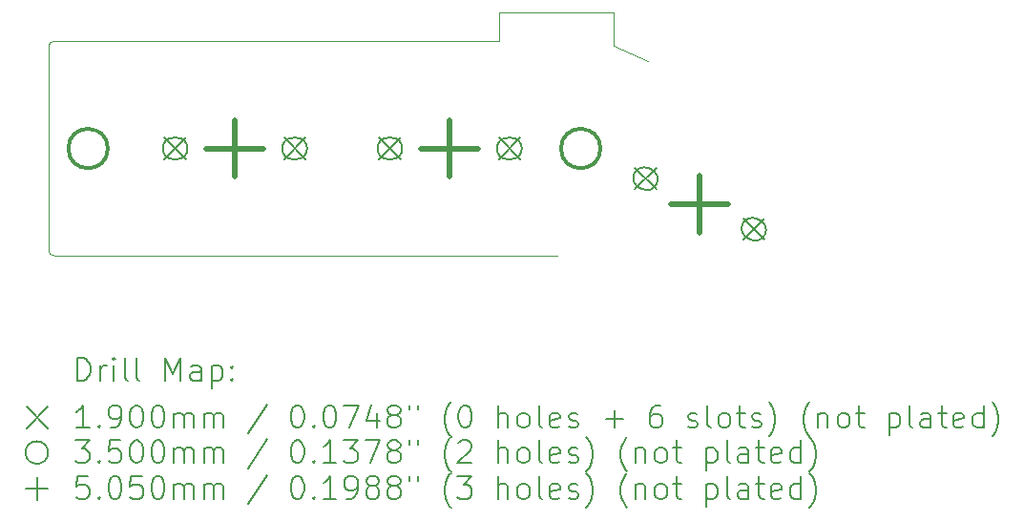
<source format=gbr>
%TF.GenerationSoftware,KiCad,Pcbnew,7.0.5*%
%TF.CreationDate,2023-07-24T08:34:15+08:00*%
%TF.ProjectId,LT,4c542e6b-6963-4616-945f-706362585858,rev?*%
%TF.SameCoordinates,Original*%
%TF.FileFunction,Drillmap*%
%TF.FilePolarity,Positive*%
%FSLAX45Y45*%
G04 Gerber Fmt 4.5, Leading zero omitted, Abs format (unit mm)*
G04 Created by KiCad (PCBNEW 7.0.5) date 2023-07-24 08:34:15*
%MOMM*%
%LPD*%
G01*
G04 APERTURE LIST*
%ADD10C,0.100000*%
%ADD11C,0.200000*%
%ADD12C,0.190000*%
%ADD13C,0.350000*%
%ADD14C,0.505000*%
G04 APERTURE END LIST*
D10*
X17761500Y-11047500D02*
G75*
G03*
X17811500Y-11097500I50000J0D01*
G01*
X17811500Y-9192500D02*
G75*
G03*
X17761500Y-9242500I0J-50000D01*
G01*
X22271500Y-11097500D02*
X17811500Y-11097500D01*
X17761500Y-9242500D02*
X17761500Y-11047500D01*
X21760000Y-9192500D02*
X21760000Y-8938000D01*
X21760000Y-9192500D02*
X17811500Y-9192500D01*
X23076590Y-9370987D02*
X22776000Y-9231000D01*
X22776000Y-8938000D02*
X22776000Y-9231000D01*
X21760000Y-8938000D02*
X22776000Y-8938000D01*
D11*
D12*
X18789000Y-10050000D02*
X18979000Y-10240000D01*
X18979000Y-10050000D02*
X18789000Y-10240000D01*
D11*
X18869000Y-10240000D02*
X18899000Y-10240000D01*
X18899000Y-10240000D02*
G75*
G03*
X18899000Y-10050000I0J95000D01*
G01*
X18899000Y-10050000D02*
X18869000Y-10050000D01*
X18869000Y-10050000D02*
G75*
G03*
X18869000Y-10240000I0J-95000D01*
G01*
D12*
X19849000Y-10050000D02*
X20039000Y-10240000D01*
X20039000Y-10050000D02*
X19849000Y-10240000D01*
D11*
X19929000Y-10240000D02*
X19959000Y-10240000D01*
X19959000Y-10240000D02*
G75*
G03*
X19959000Y-10050000I0J95000D01*
G01*
X19959000Y-10050000D02*
X19929000Y-10050000D01*
X19929000Y-10050000D02*
G75*
G03*
X19929000Y-10240000I0J-95000D01*
G01*
D12*
X20694000Y-10050000D02*
X20884000Y-10240000D01*
X20884000Y-10050000D02*
X20694000Y-10240000D01*
D11*
X20774000Y-10240000D02*
X20804000Y-10240000D01*
X20804000Y-10240000D02*
G75*
G03*
X20804000Y-10050000I0J95000D01*
G01*
X20804000Y-10050000D02*
X20774000Y-10050000D01*
X20774000Y-10050000D02*
G75*
G03*
X20774000Y-10240000I0J-95000D01*
G01*
D12*
X21754000Y-10050000D02*
X21944000Y-10240000D01*
X21944000Y-10050000D02*
X21754000Y-10240000D01*
D11*
X21834000Y-10240000D02*
X21864000Y-10240000D01*
X21864000Y-10240000D02*
G75*
G03*
X21864000Y-10050000I0J95000D01*
G01*
X21864000Y-10050000D02*
X21834000Y-10050000D01*
X21834000Y-10050000D02*
G75*
G03*
X21834000Y-10240000I0J-95000D01*
G01*
D12*
X22961954Y-10317802D02*
X23151954Y-10507802D01*
X23151954Y-10317802D02*
X22961954Y-10507802D01*
D11*
X23003211Y-10492562D02*
X23030400Y-10505241D01*
X23030400Y-10505241D02*
G75*
G03*
X23110698Y-10333042I40149J86099D01*
G01*
X23110698Y-10333042D02*
X23083508Y-10320364D01*
X23083508Y-10320364D02*
G75*
G03*
X23003211Y-10492562I-40149J-86099D01*
G01*
D12*
X23922640Y-10765778D02*
X24112640Y-10955778D01*
X24112640Y-10765778D02*
X23922640Y-10955778D01*
D11*
X23963897Y-10940538D02*
X23991086Y-10953216D01*
X23991086Y-10953216D02*
G75*
G03*
X24071384Y-10781018I40149J86099D01*
G01*
X24071384Y-10781018D02*
X24044195Y-10768339D01*
X24044195Y-10768339D02*
G75*
G03*
X23963897Y-10940537I-40149J-86099D01*
G01*
D13*
X18286500Y-10145000D02*
G75*
G03*
X18286500Y-10145000I-175000J0D01*
G01*
X22657000Y-10145000D02*
G75*
G03*
X22657000Y-10145000I-175000J0D01*
G01*
D14*
X19414000Y-9892500D02*
X19414000Y-10397500D01*
X19161500Y-10145000D02*
X19666500Y-10145000D01*
X21319000Y-9892500D02*
X21319000Y-10397500D01*
X21066500Y-10145000D02*
X21571500Y-10145000D01*
X23537297Y-10384290D02*
X23537297Y-10889290D01*
X23284797Y-10636790D02*
X23789797Y-10636790D01*
D11*
X18017277Y-12203629D02*
X18017277Y-12003629D01*
X18017277Y-12003629D02*
X18064896Y-12003629D01*
X18064896Y-12003629D02*
X18093467Y-12013153D01*
X18093467Y-12013153D02*
X18112515Y-12032201D01*
X18112515Y-12032201D02*
X18122039Y-12051248D01*
X18122039Y-12051248D02*
X18131563Y-12089344D01*
X18131563Y-12089344D02*
X18131563Y-12117915D01*
X18131563Y-12117915D02*
X18122039Y-12156010D01*
X18122039Y-12156010D02*
X18112515Y-12175058D01*
X18112515Y-12175058D02*
X18093467Y-12194106D01*
X18093467Y-12194106D02*
X18064896Y-12203629D01*
X18064896Y-12203629D02*
X18017277Y-12203629D01*
X18217277Y-12203629D02*
X18217277Y-12070296D01*
X18217277Y-12108391D02*
X18226801Y-12089344D01*
X18226801Y-12089344D02*
X18236324Y-12079820D01*
X18236324Y-12079820D02*
X18255372Y-12070296D01*
X18255372Y-12070296D02*
X18274420Y-12070296D01*
X18341086Y-12203629D02*
X18341086Y-12070296D01*
X18341086Y-12003629D02*
X18331563Y-12013153D01*
X18331563Y-12013153D02*
X18341086Y-12022677D01*
X18341086Y-12022677D02*
X18350610Y-12013153D01*
X18350610Y-12013153D02*
X18341086Y-12003629D01*
X18341086Y-12003629D02*
X18341086Y-12022677D01*
X18464896Y-12203629D02*
X18445848Y-12194106D01*
X18445848Y-12194106D02*
X18436324Y-12175058D01*
X18436324Y-12175058D02*
X18436324Y-12003629D01*
X18569658Y-12203629D02*
X18550610Y-12194106D01*
X18550610Y-12194106D02*
X18541086Y-12175058D01*
X18541086Y-12175058D02*
X18541086Y-12003629D01*
X18798229Y-12203629D02*
X18798229Y-12003629D01*
X18798229Y-12003629D02*
X18864896Y-12146486D01*
X18864896Y-12146486D02*
X18931563Y-12003629D01*
X18931563Y-12003629D02*
X18931563Y-12203629D01*
X19112515Y-12203629D02*
X19112515Y-12098867D01*
X19112515Y-12098867D02*
X19102991Y-12079820D01*
X19102991Y-12079820D02*
X19083944Y-12070296D01*
X19083944Y-12070296D02*
X19045848Y-12070296D01*
X19045848Y-12070296D02*
X19026801Y-12079820D01*
X19112515Y-12194106D02*
X19093467Y-12203629D01*
X19093467Y-12203629D02*
X19045848Y-12203629D01*
X19045848Y-12203629D02*
X19026801Y-12194106D01*
X19026801Y-12194106D02*
X19017277Y-12175058D01*
X19017277Y-12175058D02*
X19017277Y-12156010D01*
X19017277Y-12156010D02*
X19026801Y-12136963D01*
X19026801Y-12136963D02*
X19045848Y-12127439D01*
X19045848Y-12127439D02*
X19093467Y-12127439D01*
X19093467Y-12127439D02*
X19112515Y-12117915D01*
X19207753Y-12070296D02*
X19207753Y-12270296D01*
X19207753Y-12079820D02*
X19226801Y-12070296D01*
X19226801Y-12070296D02*
X19264896Y-12070296D01*
X19264896Y-12070296D02*
X19283944Y-12079820D01*
X19283944Y-12079820D02*
X19293467Y-12089344D01*
X19293467Y-12089344D02*
X19302991Y-12108391D01*
X19302991Y-12108391D02*
X19302991Y-12165534D01*
X19302991Y-12165534D02*
X19293467Y-12184582D01*
X19293467Y-12184582D02*
X19283944Y-12194106D01*
X19283944Y-12194106D02*
X19264896Y-12203629D01*
X19264896Y-12203629D02*
X19226801Y-12203629D01*
X19226801Y-12203629D02*
X19207753Y-12194106D01*
X19388705Y-12184582D02*
X19398229Y-12194106D01*
X19398229Y-12194106D02*
X19388705Y-12203629D01*
X19388705Y-12203629D02*
X19379182Y-12194106D01*
X19379182Y-12194106D02*
X19388705Y-12184582D01*
X19388705Y-12184582D02*
X19388705Y-12203629D01*
X19388705Y-12079820D02*
X19398229Y-12089344D01*
X19398229Y-12089344D02*
X19388705Y-12098867D01*
X19388705Y-12098867D02*
X19379182Y-12089344D01*
X19379182Y-12089344D02*
X19388705Y-12079820D01*
X19388705Y-12079820D02*
X19388705Y-12098867D01*
D12*
X17566500Y-12437146D02*
X17756500Y-12627146D01*
X17756500Y-12437146D02*
X17566500Y-12627146D01*
D11*
X18122039Y-12623629D02*
X18007753Y-12623629D01*
X18064896Y-12623629D02*
X18064896Y-12423629D01*
X18064896Y-12423629D02*
X18045848Y-12452201D01*
X18045848Y-12452201D02*
X18026801Y-12471248D01*
X18026801Y-12471248D02*
X18007753Y-12480772D01*
X18207753Y-12604582D02*
X18217277Y-12614106D01*
X18217277Y-12614106D02*
X18207753Y-12623629D01*
X18207753Y-12623629D02*
X18198229Y-12614106D01*
X18198229Y-12614106D02*
X18207753Y-12604582D01*
X18207753Y-12604582D02*
X18207753Y-12623629D01*
X18312515Y-12623629D02*
X18350610Y-12623629D01*
X18350610Y-12623629D02*
X18369658Y-12614106D01*
X18369658Y-12614106D02*
X18379182Y-12604582D01*
X18379182Y-12604582D02*
X18398229Y-12576010D01*
X18398229Y-12576010D02*
X18407753Y-12537915D01*
X18407753Y-12537915D02*
X18407753Y-12461725D01*
X18407753Y-12461725D02*
X18398229Y-12442677D01*
X18398229Y-12442677D02*
X18388705Y-12433153D01*
X18388705Y-12433153D02*
X18369658Y-12423629D01*
X18369658Y-12423629D02*
X18331563Y-12423629D01*
X18331563Y-12423629D02*
X18312515Y-12433153D01*
X18312515Y-12433153D02*
X18302991Y-12442677D01*
X18302991Y-12442677D02*
X18293467Y-12461725D01*
X18293467Y-12461725D02*
X18293467Y-12509344D01*
X18293467Y-12509344D02*
X18302991Y-12528391D01*
X18302991Y-12528391D02*
X18312515Y-12537915D01*
X18312515Y-12537915D02*
X18331563Y-12547439D01*
X18331563Y-12547439D02*
X18369658Y-12547439D01*
X18369658Y-12547439D02*
X18388705Y-12537915D01*
X18388705Y-12537915D02*
X18398229Y-12528391D01*
X18398229Y-12528391D02*
X18407753Y-12509344D01*
X18531563Y-12423629D02*
X18550610Y-12423629D01*
X18550610Y-12423629D02*
X18569658Y-12433153D01*
X18569658Y-12433153D02*
X18579182Y-12442677D01*
X18579182Y-12442677D02*
X18588705Y-12461725D01*
X18588705Y-12461725D02*
X18598229Y-12499820D01*
X18598229Y-12499820D02*
X18598229Y-12547439D01*
X18598229Y-12547439D02*
X18588705Y-12585534D01*
X18588705Y-12585534D02*
X18579182Y-12604582D01*
X18579182Y-12604582D02*
X18569658Y-12614106D01*
X18569658Y-12614106D02*
X18550610Y-12623629D01*
X18550610Y-12623629D02*
X18531563Y-12623629D01*
X18531563Y-12623629D02*
X18512515Y-12614106D01*
X18512515Y-12614106D02*
X18502991Y-12604582D01*
X18502991Y-12604582D02*
X18493467Y-12585534D01*
X18493467Y-12585534D02*
X18483944Y-12547439D01*
X18483944Y-12547439D02*
X18483944Y-12499820D01*
X18483944Y-12499820D02*
X18493467Y-12461725D01*
X18493467Y-12461725D02*
X18502991Y-12442677D01*
X18502991Y-12442677D02*
X18512515Y-12433153D01*
X18512515Y-12433153D02*
X18531563Y-12423629D01*
X18722039Y-12423629D02*
X18741086Y-12423629D01*
X18741086Y-12423629D02*
X18760134Y-12433153D01*
X18760134Y-12433153D02*
X18769658Y-12442677D01*
X18769658Y-12442677D02*
X18779182Y-12461725D01*
X18779182Y-12461725D02*
X18788705Y-12499820D01*
X18788705Y-12499820D02*
X18788705Y-12547439D01*
X18788705Y-12547439D02*
X18779182Y-12585534D01*
X18779182Y-12585534D02*
X18769658Y-12604582D01*
X18769658Y-12604582D02*
X18760134Y-12614106D01*
X18760134Y-12614106D02*
X18741086Y-12623629D01*
X18741086Y-12623629D02*
X18722039Y-12623629D01*
X18722039Y-12623629D02*
X18702991Y-12614106D01*
X18702991Y-12614106D02*
X18693467Y-12604582D01*
X18693467Y-12604582D02*
X18683944Y-12585534D01*
X18683944Y-12585534D02*
X18674420Y-12547439D01*
X18674420Y-12547439D02*
X18674420Y-12499820D01*
X18674420Y-12499820D02*
X18683944Y-12461725D01*
X18683944Y-12461725D02*
X18693467Y-12442677D01*
X18693467Y-12442677D02*
X18702991Y-12433153D01*
X18702991Y-12433153D02*
X18722039Y-12423629D01*
X18874420Y-12623629D02*
X18874420Y-12490296D01*
X18874420Y-12509344D02*
X18883944Y-12499820D01*
X18883944Y-12499820D02*
X18902991Y-12490296D01*
X18902991Y-12490296D02*
X18931563Y-12490296D01*
X18931563Y-12490296D02*
X18950610Y-12499820D01*
X18950610Y-12499820D02*
X18960134Y-12518867D01*
X18960134Y-12518867D02*
X18960134Y-12623629D01*
X18960134Y-12518867D02*
X18969658Y-12499820D01*
X18969658Y-12499820D02*
X18988705Y-12490296D01*
X18988705Y-12490296D02*
X19017277Y-12490296D01*
X19017277Y-12490296D02*
X19036325Y-12499820D01*
X19036325Y-12499820D02*
X19045848Y-12518867D01*
X19045848Y-12518867D02*
X19045848Y-12623629D01*
X19141086Y-12623629D02*
X19141086Y-12490296D01*
X19141086Y-12509344D02*
X19150610Y-12499820D01*
X19150610Y-12499820D02*
X19169658Y-12490296D01*
X19169658Y-12490296D02*
X19198229Y-12490296D01*
X19198229Y-12490296D02*
X19217277Y-12499820D01*
X19217277Y-12499820D02*
X19226801Y-12518867D01*
X19226801Y-12518867D02*
X19226801Y-12623629D01*
X19226801Y-12518867D02*
X19236325Y-12499820D01*
X19236325Y-12499820D02*
X19255372Y-12490296D01*
X19255372Y-12490296D02*
X19283944Y-12490296D01*
X19283944Y-12490296D02*
X19302991Y-12499820D01*
X19302991Y-12499820D02*
X19312515Y-12518867D01*
X19312515Y-12518867D02*
X19312515Y-12623629D01*
X19702991Y-12414106D02*
X19531563Y-12671248D01*
X19960134Y-12423629D02*
X19979182Y-12423629D01*
X19979182Y-12423629D02*
X19998229Y-12433153D01*
X19998229Y-12433153D02*
X20007753Y-12442677D01*
X20007753Y-12442677D02*
X20017277Y-12461725D01*
X20017277Y-12461725D02*
X20026801Y-12499820D01*
X20026801Y-12499820D02*
X20026801Y-12547439D01*
X20026801Y-12547439D02*
X20017277Y-12585534D01*
X20017277Y-12585534D02*
X20007753Y-12604582D01*
X20007753Y-12604582D02*
X19998229Y-12614106D01*
X19998229Y-12614106D02*
X19979182Y-12623629D01*
X19979182Y-12623629D02*
X19960134Y-12623629D01*
X19960134Y-12623629D02*
X19941087Y-12614106D01*
X19941087Y-12614106D02*
X19931563Y-12604582D01*
X19931563Y-12604582D02*
X19922039Y-12585534D01*
X19922039Y-12585534D02*
X19912515Y-12547439D01*
X19912515Y-12547439D02*
X19912515Y-12499820D01*
X19912515Y-12499820D02*
X19922039Y-12461725D01*
X19922039Y-12461725D02*
X19931563Y-12442677D01*
X19931563Y-12442677D02*
X19941087Y-12433153D01*
X19941087Y-12433153D02*
X19960134Y-12423629D01*
X20112515Y-12604582D02*
X20122039Y-12614106D01*
X20122039Y-12614106D02*
X20112515Y-12623629D01*
X20112515Y-12623629D02*
X20102991Y-12614106D01*
X20102991Y-12614106D02*
X20112515Y-12604582D01*
X20112515Y-12604582D02*
X20112515Y-12623629D01*
X20245848Y-12423629D02*
X20264896Y-12423629D01*
X20264896Y-12423629D02*
X20283944Y-12433153D01*
X20283944Y-12433153D02*
X20293468Y-12442677D01*
X20293468Y-12442677D02*
X20302991Y-12461725D01*
X20302991Y-12461725D02*
X20312515Y-12499820D01*
X20312515Y-12499820D02*
X20312515Y-12547439D01*
X20312515Y-12547439D02*
X20302991Y-12585534D01*
X20302991Y-12585534D02*
X20293468Y-12604582D01*
X20293468Y-12604582D02*
X20283944Y-12614106D01*
X20283944Y-12614106D02*
X20264896Y-12623629D01*
X20264896Y-12623629D02*
X20245848Y-12623629D01*
X20245848Y-12623629D02*
X20226801Y-12614106D01*
X20226801Y-12614106D02*
X20217277Y-12604582D01*
X20217277Y-12604582D02*
X20207753Y-12585534D01*
X20207753Y-12585534D02*
X20198229Y-12547439D01*
X20198229Y-12547439D02*
X20198229Y-12499820D01*
X20198229Y-12499820D02*
X20207753Y-12461725D01*
X20207753Y-12461725D02*
X20217277Y-12442677D01*
X20217277Y-12442677D02*
X20226801Y-12433153D01*
X20226801Y-12433153D02*
X20245848Y-12423629D01*
X20379182Y-12423629D02*
X20512515Y-12423629D01*
X20512515Y-12423629D02*
X20426801Y-12623629D01*
X20674420Y-12490296D02*
X20674420Y-12623629D01*
X20626801Y-12414106D02*
X20579182Y-12556963D01*
X20579182Y-12556963D02*
X20702991Y-12556963D01*
X20807753Y-12509344D02*
X20788706Y-12499820D01*
X20788706Y-12499820D02*
X20779182Y-12490296D01*
X20779182Y-12490296D02*
X20769658Y-12471248D01*
X20769658Y-12471248D02*
X20769658Y-12461725D01*
X20769658Y-12461725D02*
X20779182Y-12442677D01*
X20779182Y-12442677D02*
X20788706Y-12433153D01*
X20788706Y-12433153D02*
X20807753Y-12423629D01*
X20807753Y-12423629D02*
X20845849Y-12423629D01*
X20845849Y-12423629D02*
X20864896Y-12433153D01*
X20864896Y-12433153D02*
X20874420Y-12442677D01*
X20874420Y-12442677D02*
X20883944Y-12461725D01*
X20883944Y-12461725D02*
X20883944Y-12471248D01*
X20883944Y-12471248D02*
X20874420Y-12490296D01*
X20874420Y-12490296D02*
X20864896Y-12499820D01*
X20864896Y-12499820D02*
X20845849Y-12509344D01*
X20845849Y-12509344D02*
X20807753Y-12509344D01*
X20807753Y-12509344D02*
X20788706Y-12518867D01*
X20788706Y-12518867D02*
X20779182Y-12528391D01*
X20779182Y-12528391D02*
X20769658Y-12547439D01*
X20769658Y-12547439D02*
X20769658Y-12585534D01*
X20769658Y-12585534D02*
X20779182Y-12604582D01*
X20779182Y-12604582D02*
X20788706Y-12614106D01*
X20788706Y-12614106D02*
X20807753Y-12623629D01*
X20807753Y-12623629D02*
X20845849Y-12623629D01*
X20845849Y-12623629D02*
X20864896Y-12614106D01*
X20864896Y-12614106D02*
X20874420Y-12604582D01*
X20874420Y-12604582D02*
X20883944Y-12585534D01*
X20883944Y-12585534D02*
X20883944Y-12547439D01*
X20883944Y-12547439D02*
X20874420Y-12528391D01*
X20874420Y-12528391D02*
X20864896Y-12518867D01*
X20864896Y-12518867D02*
X20845849Y-12509344D01*
X20960134Y-12423629D02*
X20960134Y-12461725D01*
X21036325Y-12423629D02*
X21036325Y-12461725D01*
X21331563Y-12699820D02*
X21322039Y-12690296D01*
X21322039Y-12690296D02*
X21302991Y-12661725D01*
X21302991Y-12661725D02*
X21293468Y-12642677D01*
X21293468Y-12642677D02*
X21283944Y-12614106D01*
X21283944Y-12614106D02*
X21274420Y-12566486D01*
X21274420Y-12566486D02*
X21274420Y-12528391D01*
X21274420Y-12528391D02*
X21283944Y-12480772D01*
X21283944Y-12480772D02*
X21293468Y-12452201D01*
X21293468Y-12452201D02*
X21302991Y-12433153D01*
X21302991Y-12433153D02*
X21322039Y-12404582D01*
X21322039Y-12404582D02*
X21331563Y-12395058D01*
X21445849Y-12423629D02*
X21464896Y-12423629D01*
X21464896Y-12423629D02*
X21483944Y-12433153D01*
X21483944Y-12433153D02*
X21493468Y-12442677D01*
X21493468Y-12442677D02*
X21502991Y-12461725D01*
X21502991Y-12461725D02*
X21512515Y-12499820D01*
X21512515Y-12499820D02*
X21512515Y-12547439D01*
X21512515Y-12547439D02*
X21502991Y-12585534D01*
X21502991Y-12585534D02*
X21493468Y-12604582D01*
X21493468Y-12604582D02*
X21483944Y-12614106D01*
X21483944Y-12614106D02*
X21464896Y-12623629D01*
X21464896Y-12623629D02*
X21445849Y-12623629D01*
X21445849Y-12623629D02*
X21426801Y-12614106D01*
X21426801Y-12614106D02*
X21417277Y-12604582D01*
X21417277Y-12604582D02*
X21407753Y-12585534D01*
X21407753Y-12585534D02*
X21398230Y-12547439D01*
X21398230Y-12547439D02*
X21398230Y-12499820D01*
X21398230Y-12499820D02*
X21407753Y-12461725D01*
X21407753Y-12461725D02*
X21417277Y-12442677D01*
X21417277Y-12442677D02*
X21426801Y-12433153D01*
X21426801Y-12433153D02*
X21445849Y-12423629D01*
X21750611Y-12623629D02*
X21750611Y-12423629D01*
X21836325Y-12623629D02*
X21836325Y-12518867D01*
X21836325Y-12518867D02*
X21826801Y-12499820D01*
X21826801Y-12499820D02*
X21807753Y-12490296D01*
X21807753Y-12490296D02*
X21779182Y-12490296D01*
X21779182Y-12490296D02*
X21760134Y-12499820D01*
X21760134Y-12499820D02*
X21750611Y-12509344D01*
X21960134Y-12623629D02*
X21941087Y-12614106D01*
X21941087Y-12614106D02*
X21931563Y-12604582D01*
X21931563Y-12604582D02*
X21922039Y-12585534D01*
X21922039Y-12585534D02*
X21922039Y-12528391D01*
X21922039Y-12528391D02*
X21931563Y-12509344D01*
X21931563Y-12509344D02*
X21941087Y-12499820D01*
X21941087Y-12499820D02*
X21960134Y-12490296D01*
X21960134Y-12490296D02*
X21988706Y-12490296D01*
X21988706Y-12490296D02*
X22007753Y-12499820D01*
X22007753Y-12499820D02*
X22017277Y-12509344D01*
X22017277Y-12509344D02*
X22026801Y-12528391D01*
X22026801Y-12528391D02*
X22026801Y-12585534D01*
X22026801Y-12585534D02*
X22017277Y-12604582D01*
X22017277Y-12604582D02*
X22007753Y-12614106D01*
X22007753Y-12614106D02*
X21988706Y-12623629D01*
X21988706Y-12623629D02*
X21960134Y-12623629D01*
X22141087Y-12623629D02*
X22122039Y-12614106D01*
X22122039Y-12614106D02*
X22112515Y-12595058D01*
X22112515Y-12595058D02*
X22112515Y-12423629D01*
X22293468Y-12614106D02*
X22274420Y-12623629D01*
X22274420Y-12623629D02*
X22236325Y-12623629D01*
X22236325Y-12623629D02*
X22217277Y-12614106D01*
X22217277Y-12614106D02*
X22207753Y-12595058D01*
X22207753Y-12595058D02*
X22207753Y-12518867D01*
X22207753Y-12518867D02*
X22217277Y-12499820D01*
X22217277Y-12499820D02*
X22236325Y-12490296D01*
X22236325Y-12490296D02*
X22274420Y-12490296D01*
X22274420Y-12490296D02*
X22293468Y-12499820D01*
X22293468Y-12499820D02*
X22302992Y-12518867D01*
X22302992Y-12518867D02*
X22302992Y-12537915D01*
X22302992Y-12537915D02*
X22207753Y-12556963D01*
X22379182Y-12614106D02*
X22398230Y-12623629D01*
X22398230Y-12623629D02*
X22436325Y-12623629D01*
X22436325Y-12623629D02*
X22455372Y-12614106D01*
X22455372Y-12614106D02*
X22464896Y-12595058D01*
X22464896Y-12595058D02*
X22464896Y-12585534D01*
X22464896Y-12585534D02*
X22455372Y-12566486D01*
X22455372Y-12566486D02*
X22436325Y-12556963D01*
X22436325Y-12556963D02*
X22407753Y-12556963D01*
X22407753Y-12556963D02*
X22388706Y-12547439D01*
X22388706Y-12547439D02*
X22379182Y-12528391D01*
X22379182Y-12528391D02*
X22379182Y-12518867D01*
X22379182Y-12518867D02*
X22388706Y-12499820D01*
X22388706Y-12499820D02*
X22407753Y-12490296D01*
X22407753Y-12490296D02*
X22436325Y-12490296D01*
X22436325Y-12490296D02*
X22455372Y-12499820D01*
X22702992Y-12547439D02*
X22855373Y-12547439D01*
X22779182Y-12623629D02*
X22779182Y-12471248D01*
X23188706Y-12423629D02*
X23150611Y-12423629D01*
X23150611Y-12423629D02*
X23131563Y-12433153D01*
X23131563Y-12433153D02*
X23122039Y-12442677D01*
X23122039Y-12442677D02*
X23102992Y-12471248D01*
X23102992Y-12471248D02*
X23093468Y-12509344D01*
X23093468Y-12509344D02*
X23093468Y-12585534D01*
X23093468Y-12585534D02*
X23102992Y-12604582D01*
X23102992Y-12604582D02*
X23112515Y-12614106D01*
X23112515Y-12614106D02*
X23131563Y-12623629D01*
X23131563Y-12623629D02*
X23169658Y-12623629D01*
X23169658Y-12623629D02*
X23188706Y-12614106D01*
X23188706Y-12614106D02*
X23198230Y-12604582D01*
X23198230Y-12604582D02*
X23207753Y-12585534D01*
X23207753Y-12585534D02*
X23207753Y-12537915D01*
X23207753Y-12537915D02*
X23198230Y-12518867D01*
X23198230Y-12518867D02*
X23188706Y-12509344D01*
X23188706Y-12509344D02*
X23169658Y-12499820D01*
X23169658Y-12499820D02*
X23131563Y-12499820D01*
X23131563Y-12499820D02*
X23112515Y-12509344D01*
X23112515Y-12509344D02*
X23102992Y-12518867D01*
X23102992Y-12518867D02*
X23093468Y-12537915D01*
X23436325Y-12614106D02*
X23455373Y-12623629D01*
X23455373Y-12623629D02*
X23493468Y-12623629D01*
X23493468Y-12623629D02*
X23512515Y-12614106D01*
X23512515Y-12614106D02*
X23522039Y-12595058D01*
X23522039Y-12595058D02*
X23522039Y-12585534D01*
X23522039Y-12585534D02*
X23512515Y-12566486D01*
X23512515Y-12566486D02*
X23493468Y-12556963D01*
X23493468Y-12556963D02*
X23464896Y-12556963D01*
X23464896Y-12556963D02*
X23445849Y-12547439D01*
X23445849Y-12547439D02*
X23436325Y-12528391D01*
X23436325Y-12528391D02*
X23436325Y-12518867D01*
X23436325Y-12518867D02*
X23445849Y-12499820D01*
X23445849Y-12499820D02*
X23464896Y-12490296D01*
X23464896Y-12490296D02*
X23493468Y-12490296D01*
X23493468Y-12490296D02*
X23512515Y-12499820D01*
X23636325Y-12623629D02*
X23617277Y-12614106D01*
X23617277Y-12614106D02*
X23607754Y-12595058D01*
X23607754Y-12595058D02*
X23607754Y-12423629D01*
X23741087Y-12623629D02*
X23722039Y-12614106D01*
X23722039Y-12614106D02*
X23712515Y-12604582D01*
X23712515Y-12604582D02*
X23702992Y-12585534D01*
X23702992Y-12585534D02*
X23702992Y-12528391D01*
X23702992Y-12528391D02*
X23712515Y-12509344D01*
X23712515Y-12509344D02*
X23722039Y-12499820D01*
X23722039Y-12499820D02*
X23741087Y-12490296D01*
X23741087Y-12490296D02*
X23769658Y-12490296D01*
X23769658Y-12490296D02*
X23788706Y-12499820D01*
X23788706Y-12499820D02*
X23798230Y-12509344D01*
X23798230Y-12509344D02*
X23807754Y-12528391D01*
X23807754Y-12528391D02*
X23807754Y-12585534D01*
X23807754Y-12585534D02*
X23798230Y-12604582D01*
X23798230Y-12604582D02*
X23788706Y-12614106D01*
X23788706Y-12614106D02*
X23769658Y-12623629D01*
X23769658Y-12623629D02*
X23741087Y-12623629D01*
X23864896Y-12490296D02*
X23941087Y-12490296D01*
X23893468Y-12423629D02*
X23893468Y-12595058D01*
X23893468Y-12595058D02*
X23902992Y-12614106D01*
X23902992Y-12614106D02*
X23922039Y-12623629D01*
X23922039Y-12623629D02*
X23941087Y-12623629D01*
X23998230Y-12614106D02*
X24017277Y-12623629D01*
X24017277Y-12623629D02*
X24055373Y-12623629D01*
X24055373Y-12623629D02*
X24074420Y-12614106D01*
X24074420Y-12614106D02*
X24083944Y-12595058D01*
X24083944Y-12595058D02*
X24083944Y-12585534D01*
X24083944Y-12585534D02*
X24074420Y-12566486D01*
X24074420Y-12566486D02*
X24055373Y-12556963D01*
X24055373Y-12556963D02*
X24026801Y-12556963D01*
X24026801Y-12556963D02*
X24007754Y-12547439D01*
X24007754Y-12547439D02*
X23998230Y-12528391D01*
X23998230Y-12528391D02*
X23998230Y-12518867D01*
X23998230Y-12518867D02*
X24007754Y-12499820D01*
X24007754Y-12499820D02*
X24026801Y-12490296D01*
X24026801Y-12490296D02*
X24055373Y-12490296D01*
X24055373Y-12490296D02*
X24074420Y-12499820D01*
X24150611Y-12699820D02*
X24160135Y-12690296D01*
X24160135Y-12690296D02*
X24179182Y-12661725D01*
X24179182Y-12661725D02*
X24188706Y-12642677D01*
X24188706Y-12642677D02*
X24198230Y-12614106D01*
X24198230Y-12614106D02*
X24207754Y-12566486D01*
X24207754Y-12566486D02*
X24207754Y-12528391D01*
X24207754Y-12528391D02*
X24198230Y-12480772D01*
X24198230Y-12480772D02*
X24188706Y-12452201D01*
X24188706Y-12452201D02*
X24179182Y-12433153D01*
X24179182Y-12433153D02*
X24160135Y-12404582D01*
X24160135Y-12404582D02*
X24150611Y-12395058D01*
X24512516Y-12699820D02*
X24502992Y-12690296D01*
X24502992Y-12690296D02*
X24483944Y-12661725D01*
X24483944Y-12661725D02*
X24474420Y-12642677D01*
X24474420Y-12642677D02*
X24464896Y-12614106D01*
X24464896Y-12614106D02*
X24455373Y-12566486D01*
X24455373Y-12566486D02*
X24455373Y-12528391D01*
X24455373Y-12528391D02*
X24464896Y-12480772D01*
X24464896Y-12480772D02*
X24474420Y-12452201D01*
X24474420Y-12452201D02*
X24483944Y-12433153D01*
X24483944Y-12433153D02*
X24502992Y-12404582D01*
X24502992Y-12404582D02*
X24512516Y-12395058D01*
X24588706Y-12490296D02*
X24588706Y-12623629D01*
X24588706Y-12509344D02*
X24598230Y-12499820D01*
X24598230Y-12499820D02*
X24617277Y-12490296D01*
X24617277Y-12490296D02*
X24645849Y-12490296D01*
X24645849Y-12490296D02*
X24664896Y-12499820D01*
X24664896Y-12499820D02*
X24674420Y-12518867D01*
X24674420Y-12518867D02*
X24674420Y-12623629D01*
X24798230Y-12623629D02*
X24779182Y-12614106D01*
X24779182Y-12614106D02*
X24769658Y-12604582D01*
X24769658Y-12604582D02*
X24760135Y-12585534D01*
X24760135Y-12585534D02*
X24760135Y-12528391D01*
X24760135Y-12528391D02*
X24769658Y-12509344D01*
X24769658Y-12509344D02*
X24779182Y-12499820D01*
X24779182Y-12499820D02*
X24798230Y-12490296D01*
X24798230Y-12490296D02*
X24826801Y-12490296D01*
X24826801Y-12490296D02*
X24845849Y-12499820D01*
X24845849Y-12499820D02*
X24855373Y-12509344D01*
X24855373Y-12509344D02*
X24864896Y-12528391D01*
X24864896Y-12528391D02*
X24864896Y-12585534D01*
X24864896Y-12585534D02*
X24855373Y-12604582D01*
X24855373Y-12604582D02*
X24845849Y-12614106D01*
X24845849Y-12614106D02*
X24826801Y-12623629D01*
X24826801Y-12623629D02*
X24798230Y-12623629D01*
X24922039Y-12490296D02*
X24998230Y-12490296D01*
X24950611Y-12423629D02*
X24950611Y-12595058D01*
X24950611Y-12595058D02*
X24960135Y-12614106D01*
X24960135Y-12614106D02*
X24979182Y-12623629D01*
X24979182Y-12623629D02*
X24998230Y-12623629D01*
X25217277Y-12490296D02*
X25217277Y-12690296D01*
X25217277Y-12499820D02*
X25236325Y-12490296D01*
X25236325Y-12490296D02*
X25274420Y-12490296D01*
X25274420Y-12490296D02*
X25293468Y-12499820D01*
X25293468Y-12499820D02*
X25302992Y-12509344D01*
X25302992Y-12509344D02*
X25312516Y-12528391D01*
X25312516Y-12528391D02*
X25312516Y-12585534D01*
X25312516Y-12585534D02*
X25302992Y-12604582D01*
X25302992Y-12604582D02*
X25293468Y-12614106D01*
X25293468Y-12614106D02*
X25274420Y-12623629D01*
X25274420Y-12623629D02*
X25236325Y-12623629D01*
X25236325Y-12623629D02*
X25217277Y-12614106D01*
X25426801Y-12623629D02*
X25407754Y-12614106D01*
X25407754Y-12614106D02*
X25398230Y-12595058D01*
X25398230Y-12595058D02*
X25398230Y-12423629D01*
X25588706Y-12623629D02*
X25588706Y-12518867D01*
X25588706Y-12518867D02*
X25579182Y-12499820D01*
X25579182Y-12499820D02*
X25560135Y-12490296D01*
X25560135Y-12490296D02*
X25522039Y-12490296D01*
X25522039Y-12490296D02*
X25502992Y-12499820D01*
X25588706Y-12614106D02*
X25569658Y-12623629D01*
X25569658Y-12623629D02*
X25522039Y-12623629D01*
X25522039Y-12623629D02*
X25502992Y-12614106D01*
X25502992Y-12614106D02*
X25493468Y-12595058D01*
X25493468Y-12595058D02*
X25493468Y-12576010D01*
X25493468Y-12576010D02*
X25502992Y-12556963D01*
X25502992Y-12556963D02*
X25522039Y-12547439D01*
X25522039Y-12547439D02*
X25569658Y-12547439D01*
X25569658Y-12547439D02*
X25588706Y-12537915D01*
X25655373Y-12490296D02*
X25731563Y-12490296D01*
X25683944Y-12423629D02*
X25683944Y-12595058D01*
X25683944Y-12595058D02*
X25693468Y-12614106D01*
X25693468Y-12614106D02*
X25712516Y-12623629D01*
X25712516Y-12623629D02*
X25731563Y-12623629D01*
X25874420Y-12614106D02*
X25855373Y-12623629D01*
X25855373Y-12623629D02*
X25817277Y-12623629D01*
X25817277Y-12623629D02*
X25798230Y-12614106D01*
X25798230Y-12614106D02*
X25788706Y-12595058D01*
X25788706Y-12595058D02*
X25788706Y-12518867D01*
X25788706Y-12518867D02*
X25798230Y-12499820D01*
X25798230Y-12499820D02*
X25817277Y-12490296D01*
X25817277Y-12490296D02*
X25855373Y-12490296D01*
X25855373Y-12490296D02*
X25874420Y-12499820D01*
X25874420Y-12499820D02*
X25883944Y-12518867D01*
X25883944Y-12518867D02*
X25883944Y-12537915D01*
X25883944Y-12537915D02*
X25788706Y-12556963D01*
X26055373Y-12623629D02*
X26055373Y-12423629D01*
X26055373Y-12614106D02*
X26036325Y-12623629D01*
X26036325Y-12623629D02*
X25998230Y-12623629D01*
X25998230Y-12623629D02*
X25979182Y-12614106D01*
X25979182Y-12614106D02*
X25969658Y-12604582D01*
X25969658Y-12604582D02*
X25960135Y-12585534D01*
X25960135Y-12585534D02*
X25960135Y-12528391D01*
X25960135Y-12528391D02*
X25969658Y-12509344D01*
X25969658Y-12509344D02*
X25979182Y-12499820D01*
X25979182Y-12499820D02*
X25998230Y-12490296D01*
X25998230Y-12490296D02*
X26036325Y-12490296D01*
X26036325Y-12490296D02*
X26055373Y-12499820D01*
X26131563Y-12699820D02*
X26141087Y-12690296D01*
X26141087Y-12690296D02*
X26160135Y-12661725D01*
X26160135Y-12661725D02*
X26169658Y-12642677D01*
X26169658Y-12642677D02*
X26179182Y-12614106D01*
X26179182Y-12614106D02*
X26188706Y-12566486D01*
X26188706Y-12566486D02*
X26188706Y-12528391D01*
X26188706Y-12528391D02*
X26179182Y-12480772D01*
X26179182Y-12480772D02*
X26169658Y-12452201D01*
X26169658Y-12452201D02*
X26160135Y-12433153D01*
X26160135Y-12433153D02*
X26141087Y-12404582D01*
X26141087Y-12404582D02*
X26131563Y-12395058D01*
X17756500Y-12842146D02*
G75*
G03*
X17756500Y-12842146I-100000J0D01*
G01*
X17998229Y-12733629D02*
X18122039Y-12733629D01*
X18122039Y-12733629D02*
X18055372Y-12809820D01*
X18055372Y-12809820D02*
X18083944Y-12809820D01*
X18083944Y-12809820D02*
X18102991Y-12819344D01*
X18102991Y-12819344D02*
X18112515Y-12828867D01*
X18112515Y-12828867D02*
X18122039Y-12847915D01*
X18122039Y-12847915D02*
X18122039Y-12895534D01*
X18122039Y-12895534D02*
X18112515Y-12914582D01*
X18112515Y-12914582D02*
X18102991Y-12924106D01*
X18102991Y-12924106D02*
X18083944Y-12933629D01*
X18083944Y-12933629D02*
X18026801Y-12933629D01*
X18026801Y-12933629D02*
X18007753Y-12924106D01*
X18007753Y-12924106D02*
X17998229Y-12914582D01*
X18207753Y-12914582D02*
X18217277Y-12924106D01*
X18217277Y-12924106D02*
X18207753Y-12933629D01*
X18207753Y-12933629D02*
X18198229Y-12924106D01*
X18198229Y-12924106D02*
X18207753Y-12914582D01*
X18207753Y-12914582D02*
X18207753Y-12933629D01*
X18398229Y-12733629D02*
X18302991Y-12733629D01*
X18302991Y-12733629D02*
X18293467Y-12828867D01*
X18293467Y-12828867D02*
X18302991Y-12819344D01*
X18302991Y-12819344D02*
X18322039Y-12809820D01*
X18322039Y-12809820D02*
X18369658Y-12809820D01*
X18369658Y-12809820D02*
X18388705Y-12819344D01*
X18388705Y-12819344D02*
X18398229Y-12828867D01*
X18398229Y-12828867D02*
X18407753Y-12847915D01*
X18407753Y-12847915D02*
X18407753Y-12895534D01*
X18407753Y-12895534D02*
X18398229Y-12914582D01*
X18398229Y-12914582D02*
X18388705Y-12924106D01*
X18388705Y-12924106D02*
X18369658Y-12933629D01*
X18369658Y-12933629D02*
X18322039Y-12933629D01*
X18322039Y-12933629D02*
X18302991Y-12924106D01*
X18302991Y-12924106D02*
X18293467Y-12914582D01*
X18531563Y-12733629D02*
X18550610Y-12733629D01*
X18550610Y-12733629D02*
X18569658Y-12743153D01*
X18569658Y-12743153D02*
X18579182Y-12752677D01*
X18579182Y-12752677D02*
X18588705Y-12771725D01*
X18588705Y-12771725D02*
X18598229Y-12809820D01*
X18598229Y-12809820D02*
X18598229Y-12857439D01*
X18598229Y-12857439D02*
X18588705Y-12895534D01*
X18588705Y-12895534D02*
X18579182Y-12914582D01*
X18579182Y-12914582D02*
X18569658Y-12924106D01*
X18569658Y-12924106D02*
X18550610Y-12933629D01*
X18550610Y-12933629D02*
X18531563Y-12933629D01*
X18531563Y-12933629D02*
X18512515Y-12924106D01*
X18512515Y-12924106D02*
X18502991Y-12914582D01*
X18502991Y-12914582D02*
X18493467Y-12895534D01*
X18493467Y-12895534D02*
X18483944Y-12857439D01*
X18483944Y-12857439D02*
X18483944Y-12809820D01*
X18483944Y-12809820D02*
X18493467Y-12771725D01*
X18493467Y-12771725D02*
X18502991Y-12752677D01*
X18502991Y-12752677D02*
X18512515Y-12743153D01*
X18512515Y-12743153D02*
X18531563Y-12733629D01*
X18722039Y-12733629D02*
X18741086Y-12733629D01*
X18741086Y-12733629D02*
X18760134Y-12743153D01*
X18760134Y-12743153D02*
X18769658Y-12752677D01*
X18769658Y-12752677D02*
X18779182Y-12771725D01*
X18779182Y-12771725D02*
X18788705Y-12809820D01*
X18788705Y-12809820D02*
X18788705Y-12857439D01*
X18788705Y-12857439D02*
X18779182Y-12895534D01*
X18779182Y-12895534D02*
X18769658Y-12914582D01*
X18769658Y-12914582D02*
X18760134Y-12924106D01*
X18760134Y-12924106D02*
X18741086Y-12933629D01*
X18741086Y-12933629D02*
X18722039Y-12933629D01*
X18722039Y-12933629D02*
X18702991Y-12924106D01*
X18702991Y-12924106D02*
X18693467Y-12914582D01*
X18693467Y-12914582D02*
X18683944Y-12895534D01*
X18683944Y-12895534D02*
X18674420Y-12857439D01*
X18674420Y-12857439D02*
X18674420Y-12809820D01*
X18674420Y-12809820D02*
X18683944Y-12771725D01*
X18683944Y-12771725D02*
X18693467Y-12752677D01*
X18693467Y-12752677D02*
X18702991Y-12743153D01*
X18702991Y-12743153D02*
X18722039Y-12733629D01*
X18874420Y-12933629D02*
X18874420Y-12800296D01*
X18874420Y-12819344D02*
X18883944Y-12809820D01*
X18883944Y-12809820D02*
X18902991Y-12800296D01*
X18902991Y-12800296D02*
X18931563Y-12800296D01*
X18931563Y-12800296D02*
X18950610Y-12809820D01*
X18950610Y-12809820D02*
X18960134Y-12828867D01*
X18960134Y-12828867D02*
X18960134Y-12933629D01*
X18960134Y-12828867D02*
X18969658Y-12809820D01*
X18969658Y-12809820D02*
X18988705Y-12800296D01*
X18988705Y-12800296D02*
X19017277Y-12800296D01*
X19017277Y-12800296D02*
X19036325Y-12809820D01*
X19036325Y-12809820D02*
X19045848Y-12828867D01*
X19045848Y-12828867D02*
X19045848Y-12933629D01*
X19141086Y-12933629D02*
X19141086Y-12800296D01*
X19141086Y-12819344D02*
X19150610Y-12809820D01*
X19150610Y-12809820D02*
X19169658Y-12800296D01*
X19169658Y-12800296D02*
X19198229Y-12800296D01*
X19198229Y-12800296D02*
X19217277Y-12809820D01*
X19217277Y-12809820D02*
X19226801Y-12828867D01*
X19226801Y-12828867D02*
X19226801Y-12933629D01*
X19226801Y-12828867D02*
X19236325Y-12809820D01*
X19236325Y-12809820D02*
X19255372Y-12800296D01*
X19255372Y-12800296D02*
X19283944Y-12800296D01*
X19283944Y-12800296D02*
X19302991Y-12809820D01*
X19302991Y-12809820D02*
X19312515Y-12828867D01*
X19312515Y-12828867D02*
X19312515Y-12933629D01*
X19702991Y-12724106D02*
X19531563Y-12981248D01*
X19960134Y-12733629D02*
X19979182Y-12733629D01*
X19979182Y-12733629D02*
X19998229Y-12743153D01*
X19998229Y-12743153D02*
X20007753Y-12752677D01*
X20007753Y-12752677D02*
X20017277Y-12771725D01*
X20017277Y-12771725D02*
X20026801Y-12809820D01*
X20026801Y-12809820D02*
X20026801Y-12857439D01*
X20026801Y-12857439D02*
X20017277Y-12895534D01*
X20017277Y-12895534D02*
X20007753Y-12914582D01*
X20007753Y-12914582D02*
X19998229Y-12924106D01*
X19998229Y-12924106D02*
X19979182Y-12933629D01*
X19979182Y-12933629D02*
X19960134Y-12933629D01*
X19960134Y-12933629D02*
X19941087Y-12924106D01*
X19941087Y-12924106D02*
X19931563Y-12914582D01*
X19931563Y-12914582D02*
X19922039Y-12895534D01*
X19922039Y-12895534D02*
X19912515Y-12857439D01*
X19912515Y-12857439D02*
X19912515Y-12809820D01*
X19912515Y-12809820D02*
X19922039Y-12771725D01*
X19922039Y-12771725D02*
X19931563Y-12752677D01*
X19931563Y-12752677D02*
X19941087Y-12743153D01*
X19941087Y-12743153D02*
X19960134Y-12733629D01*
X20112515Y-12914582D02*
X20122039Y-12924106D01*
X20122039Y-12924106D02*
X20112515Y-12933629D01*
X20112515Y-12933629D02*
X20102991Y-12924106D01*
X20102991Y-12924106D02*
X20112515Y-12914582D01*
X20112515Y-12914582D02*
X20112515Y-12933629D01*
X20312515Y-12933629D02*
X20198229Y-12933629D01*
X20255372Y-12933629D02*
X20255372Y-12733629D01*
X20255372Y-12733629D02*
X20236325Y-12762201D01*
X20236325Y-12762201D02*
X20217277Y-12781248D01*
X20217277Y-12781248D02*
X20198229Y-12790772D01*
X20379182Y-12733629D02*
X20502991Y-12733629D01*
X20502991Y-12733629D02*
X20436325Y-12809820D01*
X20436325Y-12809820D02*
X20464896Y-12809820D01*
X20464896Y-12809820D02*
X20483944Y-12819344D01*
X20483944Y-12819344D02*
X20493468Y-12828867D01*
X20493468Y-12828867D02*
X20502991Y-12847915D01*
X20502991Y-12847915D02*
X20502991Y-12895534D01*
X20502991Y-12895534D02*
X20493468Y-12914582D01*
X20493468Y-12914582D02*
X20483944Y-12924106D01*
X20483944Y-12924106D02*
X20464896Y-12933629D01*
X20464896Y-12933629D02*
X20407753Y-12933629D01*
X20407753Y-12933629D02*
X20388706Y-12924106D01*
X20388706Y-12924106D02*
X20379182Y-12914582D01*
X20569658Y-12733629D02*
X20702991Y-12733629D01*
X20702991Y-12733629D02*
X20617277Y-12933629D01*
X20807753Y-12819344D02*
X20788706Y-12809820D01*
X20788706Y-12809820D02*
X20779182Y-12800296D01*
X20779182Y-12800296D02*
X20769658Y-12781248D01*
X20769658Y-12781248D02*
X20769658Y-12771725D01*
X20769658Y-12771725D02*
X20779182Y-12752677D01*
X20779182Y-12752677D02*
X20788706Y-12743153D01*
X20788706Y-12743153D02*
X20807753Y-12733629D01*
X20807753Y-12733629D02*
X20845849Y-12733629D01*
X20845849Y-12733629D02*
X20864896Y-12743153D01*
X20864896Y-12743153D02*
X20874420Y-12752677D01*
X20874420Y-12752677D02*
X20883944Y-12771725D01*
X20883944Y-12771725D02*
X20883944Y-12781248D01*
X20883944Y-12781248D02*
X20874420Y-12800296D01*
X20874420Y-12800296D02*
X20864896Y-12809820D01*
X20864896Y-12809820D02*
X20845849Y-12819344D01*
X20845849Y-12819344D02*
X20807753Y-12819344D01*
X20807753Y-12819344D02*
X20788706Y-12828867D01*
X20788706Y-12828867D02*
X20779182Y-12838391D01*
X20779182Y-12838391D02*
X20769658Y-12857439D01*
X20769658Y-12857439D02*
X20769658Y-12895534D01*
X20769658Y-12895534D02*
X20779182Y-12914582D01*
X20779182Y-12914582D02*
X20788706Y-12924106D01*
X20788706Y-12924106D02*
X20807753Y-12933629D01*
X20807753Y-12933629D02*
X20845849Y-12933629D01*
X20845849Y-12933629D02*
X20864896Y-12924106D01*
X20864896Y-12924106D02*
X20874420Y-12914582D01*
X20874420Y-12914582D02*
X20883944Y-12895534D01*
X20883944Y-12895534D02*
X20883944Y-12857439D01*
X20883944Y-12857439D02*
X20874420Y-12838391D01*
X20874420Y-12838391D02*
X20864896Y-12828867D01*
X20864896Y-12828867D02*
X20845849Y-12819344D01*
X20960134Y-12733629D02*
X20960134Y-12771725D01*
X21036325Y-12733629D02*
X21036325Y-12771725D01*
X21331563Y-13009820D02*
X21322039Y-13000296D01*
X21322039Y-13000296D02*
X21302991Y-12971725D01*
X21302991Y-12971725D02*
X21293468Y-12952677D01*
X21293468Y-12952677D02*
X21283944Y-12924106D01*
X21283944Y-12924106D02*
X21274420Y-12876486D01*
X21274420Y-12876486D02*
X21274420Y-12838391D01*
X21274420Y-12838391D02*
X21283944Y-12790772D01*
X21283944Y-12790772D02*
X21293468Y-12762201D01*
X21293468Y-12762201D02*
X21302991Y-12743153D01*
X21302991Y-12743153D02*
X21322039Y-12714582D01*
X21322039Y-12714582D02*
X21331563Y-12705058D01*
X21398230Y-12752677D02*
X21407753Y-12743153D01*
X21407753Y-12743153D02*
X21426801Y-12733629D01*
X21426801Y-12733629D02*
X21474420Y-12733629D01*
X21474420Y-12733629D02*
X21493468Y-12743153D01*
X21493468Y-12743153D02*
X21502991Y-12752677D01*
X21502991Y-12752677D02*
X21512515Y-12771725D01*
X21512515Y-12771725D02*
X21512515Y-12790772D01*
X21512515Y-12790772D02*
X21502991Y-12819344D01*
X21502991Y-12819344D02*
X21388706Y-12933629D01*
X21388706Y-12933629D02*
X21512515Y-12933629D01*
X21750611Y-12933629D02*
X21750611Y-12733629D01*
X21836325Y-12933629D02*
X21836325Y-12828867D01*
X21836325Y-12828867D02*
X21826801Y-12809820D01*
X21826801Y-12809820D02*
X21807753Y-12800296D01*
X21807753Y-12800296D02*
X21779182Y-12800296D01*
X21779182Y-12800296D02*
X21760134Y-12809820D01*
X21760134Y-12809820D02*
X21750611Y-12819344D01*
X21960134Y-12933629D02*
X21941087Y-12924106D01*
X21941087Y-12924106D02*
X21931563Y-12914582D01*
X21931563Y-12914582D02*
X21922039Y-12895534D01*
X21922039Y-12895534D02*
X21922039Y-12838391D01*
X21922039Y-12838391D02*
X21931563Y-12819344D01*
X21931563Y-12819344D02*
X21941087Y-12809820D01*
X21941087Y-12809820D02*
X21960134Y-12800296D01*
X21960134Y-12800296D02*
X21988706Y-12800296D01*
X21988706Y-12800296D02*
X22007753Y-12809820D01*
X22007753Y-12809820D02*
X22017277Y-12819344D01*
X22017277Y-12819344D02*
X22026801Y-12838391D01*
X22026801Y-12838391D02*
X22026801Y-12895534D01*
X22026801Y-12895534D02*
X22017277Y-12914582D01*
X22017277Y-12914582D02*
X22007753Y-12924106D01*
X22007753Y-12924106D02*
X21988706Y-12933629D01*
X21988706Y-12933629D02*
X21960134Y-12933629D01*
X22141087Y-12933629D02*
X22122039Y-12924106D01*
X22122039Y-12924106D02*
X22112515Y-12905058D01*
X22112515Y-12905058D02*
X22112515Y-12733629D01*
X22293468Y-12924106D02*
X22274420Y-12933629D01*
X22274420Y-12933629D02*
X22236325Y-12933629D01*
X22236325Y-12933629D02*
X22217277Y-12924106D01*
X22217277Y-12924106D02*
X22207753Y-12905058D01*
X22207753Y-12905058D02*
X22207753Y-12828867D01*
X22207753Y-12828867D02*
X22217277Y-12809820D01*
X22217277Y-12809820D02*
X22236325Y-12800296D01*
X22236325Y-12800296D02*
X22274420Y-12800296D01*
X22274420Y-12800296D02*
X22293468Y-12809820D01*
X22293468Y-12809820D02*
X22302992Y-12828867D01*
X22302992Y-12828867D02*
X22302992Y-12847915D01*
X22302992Y-12847915D02*
X22207753Y-12866963D01*
X22379182Y-12924106D02*
X22398230Y-12933629D01*
X22398230Y-12933629D02*
X22436325Y-12933629D01*
X22436325Y-12933629D02*
X22455372Y-12924106D01*
X22455372Y-12924106D02*
X22464896Y-12905058D01*
X22464896Y-12905058D02*
X22464896Y-12895534D01*
X22464896Y-12895534D02*
X22455372Y-12876486D01*
X22455372Y-12876486D02*
X22436325Y-12866963D01*
X22436325Y-12866963D02*
X22407753Y-12866963D01*
X22407753Y-12866963D02*
X22388706Y-12857439D01*
X22388706Y-12857439D02*
X22379182Y-12838391D01*
X22379182Y-12838391D02*
X22379182Y-12828867D01*
X22379182Y-12828867D02*
X22388706Y-12809820D01*
X22388706Y-12809820D02*
X22407753Y-12800296D01*
X22407753Y-12800296D02*
X22436325Y-12800296D01*
X22436325Y-12800296D02*
X22455372Y-12809820D01*
X22531563Y-13009820D02*
X22541087Y-13000296D01*
X22541087Y-13000296D02*
X22560134Y-12971725D01*
X22560134Y-12971725D02*
X22569658Y-12952677D01*
X22569658Y-12952677D02*
X22579182Y-12924106D01*
X22579182Y-12924106D02*
X22588706Y-12876486D01*
X22588706Y-12876486D02*
X22588706Y-12838391D01*
X22588706Y-12838391D02*
X22579182Y-12790772D01*
X22579182Y-12790772D02*
X22569658Y-12762201D01*
X22569658Y-12762201D02*
X22560134Y-12743153D01*
X22560134Y-12743153D02*
X22541087Y-12714582D01*
X22541087Y-12714582D02*
X22531563Y-12705058D01*
X22893468Y-13009820D02*
X22883944Y-13000296D01*
X22883944Y-13000296D02*
X22864896Y-12971725D01*
X22864896Y-12971725D02*
X22855372Y-12952677D01*
X22855372Y-12952677D02*
X22845849Y-12924106D01*
X22845849Y-12924106D02*
X22836325Y-12876486D01*
X22836325Y-12876486D02*
X22836325Y-12838391D01*
X22836325Y-12838391D02*
X22845849Y-12790772D01*
X22845849Y-12790772D02*
X22855372Y-12762201D01*
X22855372Y-12762201D02*
X22864896Y-12743153D01*
X22864896Y-12743153D02*
X22883944Y-12714582D01*
X22883944Y-12714582D02*
X22893468Y-12705058D01*
X22969658Y-12800296D02*
X22969658Y-12933629D01*
X22969658Y-12819344D02*
X22979182Y-12809820D01*
X22979182Y-12809820D02*
X22998230Y-12800296D01*
X22998230Y-12800296D02*
X23026801Y-12800296D01*
X23026801Y-12800296D02*
X23045849Y-12809820D01*
X23045849Y-12809820D02*
X23055372Y-12828867D01*
X23055372Y-12828867D02*
X23055372Y-12933629D01*
X23179182Y-12933629D02*
X23160134Y-12924106D01*
X23160134Y-12924106D02*
X23150611Y-12914582D01*
X23150611Y-12914582D02*
X23141087Y-12895534D01*
X23141087Y-12895534D02*
X23141087Y-12838391D01*
X23141087Y-12838391D02*
X23150611Y-12819344D01*
X23150611Y-12819344D02*
X23160134Y-12809820D01*
X23160134Y-12809820D02*
X23179182Y-12800296D01*
X23179182Y-12800296D02*
X23207753Y-12800296D01*
X23207753Y-12800296D02*
X23226801Y-12809820D01*
X23226801Y-12809820D02*
X23236325Y-12819344D01*
X23236325Y-12819344D02*
X23245849Y-12838391D01*
X23245849Y-12838391D02*
X23245849Y-12895534D01*
X23245849Y-12895534D02*
X23236325Y-12914582D01*
X23236325Y-12914582D02*
X23226801Y-12924106D01*
X23226801Y-12924106D02*
X23207753Y-12933629D01*
X23207753Y-12933629D02*
X23179182Y-12933629D01*
X23302992Y-12800296D02*
X23379182Y-12800296D01*
X23331563Y-12733629D02*
X23331563Y-12905058D01*
X23331563Y-12905058D02*
X23341087Y-12924106D01*
X23341087Y-12924106D02*
X23360134Y-12933629D01*
X23360134Y-12933629D02*
X23379182Y-12933629D01*
X23598230Y-12800296D02*
X23598230Y-13000296D01*
X23598230Y-12809820D02*
X23617277Y-12800296D01*
X23617277Y-12800296D02*
X23655373Y-12800296D01*
X23655373Y-12800296D02*
X23674420Y-12809820D01*
X23674420Y-12809820D02*
X23683944Y-12819344D01*
X23683944Y-12819344D02*
X23693468Y-12838391D01*
X23693468Y-12838391D02*
X23693468Y-12895534D01*
X23693468Y-12895534D02*
X23683944Y-12914582D01*
X23683944Y-12914582D02*
X23674420Y-12924106D01*
X23674420Y-12924106D02*
X23655373Y-12933629D01*
X23655373Y-12933629D02*
X23617277Y-12933629D01*
X23617277Y-12933629D02*
X23598230Y-12924106D01*
X23807753Y-12933629D02*
X23788706Y-12924106D01*
X23788706Y-12924106D02*
X23779182Y-12905058D01*
X23779182Y-12905058D02*
X23779182Y-12733629D01*
X23969658Y-12933629D02*
X23969658Y-12828867D01*
X23969658Y-12828867D02*
X23960134Y-12809820D01*
X23960134Y-12809820D02*
X23941087Y-12800296D01*
X23941087Y-12800296D02*
X23902992Y-12800296D01*
X23902992Y-12800296D02*
X23883944Y-12809820D01*
X23969658Y-12924106D02*
X23950611Y-12933629D01*
X23950611Y-12933629D02*
X23902992Y-12933629D01*
X23902992Y-12933629D02*
X23883944Y-12924106D01*
X23883944Y-12924106D02*
X23874420Y-12905058D01*
X23874420Y-12905058D02*
X23874420Y-12886010D01*
X23874420Y-12886010D02*
X23883944Y-12866963D01*
X23883944Y-12866963D02*
X23902992Y-12857439D01*
X23902992Y-12857439D02*
X23950611Y-12857439D01*
X23950611Y-12857439D02*
X23969658Y-12847915D01*
X24036325Y-12800296D02*
X24112515Y-12800296D01*
X24064896Y-12733629D02*
X24064896Y-12905058D01*
X24064896Y-12905058D02*
X24074420Y-12924106D01*
X24074420Y-12924106D02*
X24093468Y-12933629D01*
X24093468Y-12933629D02*
X24112515Y-12933629D01*
X24255373Y-12924106D02*
X24236325Y-12933629D01*
X24236325Y-12933629D02*
X24198230Y-12933629D01*
X24198230Y-12933629D02*
X24179182Y-12924106D01*
X24179182Y-12924106D02*
X24169658Y-12905058D01*
X24169658Y-12905058D02*
X24169658Y-12828867D01*
X24169658Y-12828867D02*
X24179182Y-12809820D01*
X24179182Y-12809820D02*
X24198230Y-12800296D01*
X24198230Y-12800296D02*
X24236325Y-12800296D01*
X24236325Y-12800296D02*
X24255373Y-12809820D01*
X24255373Y-12809820D02*
X24264896Y-12828867D01*
X24264896Y-12828867D02*
X24264896Y-12847915D01*
X24264896Y-12847915D02*
X24169658Y-12866963D01*
X24436325Y-12933629D02*
X24436325Y-12733629D01*
X24436325Y-12924106D02*
X24417277Y-12933629D01*
X24417277Y-12933629D02*
X24379182Y-12933629D01*
X24379182Y-12933629D02*
X24360134Y-12924106D01*
X24360134Y-12924106D02*
X24350611Y-12914582D01*
X24350611Y-12914582D02*
X24341087Y-12895534D01*
X24341087Y-12895534D02*
X24341087Y-12838391D01*
X24341087Y-12838391D02*
X24350611Y-12819344D01*
X24350611Y-12819344D02*
X24360134Y-12809820D01*
X24360134Y-12809820D02*
X24379182Y-12800296D01*
X24379182Y-12800296D02*
X24417277Y-12800296D01*
X24417277Y-12800296D02*
X24436325Y-12809820D01*
X24512515Y-13009820D02*
X24522039Y-13000296D01*
X24522039Y-13000296D02*
X24541087Y-12971725D01*
X24541087Y-12971725D02*
X24550611Y-12952677D01*
X24550611Y-12952677D02*
X24560134Y-12924106D01*
X24560134Y-12924106D02*
X24569658Y-12876486D01*
X24569658Y-12876486D02*
X24569658Y-12838391D01*
X24569658Y-12838391D02*
X24560134Y-12790772D01*
X24560134Y-12790772D02*
X24550611Y-12762201D01*
X24550611Y-12762201D02*
X24541087Y-12743153D01*
X24541087Y-12743153D02*
X24522039Y-12714582D01*
X24522039Y-12714582D02*
X24512515Y-12705058D01*
X17656500Y-13062146D02*
X17656500Y-13262146D01*
X17556500Y-13162146D02*
X17756500Y-13162146D01*
X18112515Y-13053629D02*
X18017277Y-13053629D01*
X18017277Y-13053629D02*
X18007753Y-13148867D01*
X18007753Y-13148867D02*
X18017277Y-13139344D01*
X18017277Y-13139344D02*
X18036324Y-13129820D01*
X18036324Y-13129820D02*
X18083944Y-13129820D01*
X18083944Y-13129820D02*
X18102991Y-13139344D01*
X18102991Y-13139344D02*
X18112515Y-13148867D01*
X18112515Y-13148867D02*
X18122039Y-13167915D01*
X18122039Y-13167915D02*
X18122039Y-13215534D01*
X18122039Y-13215534D02*
X18112515Y-13234582D01*
X18112515Y-13234582D02*
X18102991Y-13244106D01*
X18102991Y-13244106D02*
X18083944Y-13253629D01*
X18083944Y-13253629D02*
X18036324Y-13253629D01*
X18036324Y-13253629D02*
X18017277Y-13244106D01*
X18017277Y-13244106D02*
X18007753Y-13234582D01*
X18207753Y-13234582D02*
X18217277Y-13244106D01*
X18217277Y-13244106D02*
X18207753Y-13253629D01*
X18207753Y-13253629D02*
X18198229Y-13244106D01*
X18198229Y-13244106D02*
X18207753Y-13234582D01*
X18207753Y-13234582D02*
X18207753Y-13253629D01*
X18341086Y-13053629D02*
X18360134Y-13053629D01*
X18360134Y-13053629D02*
X18379182Y-13063153D01*
X18379182Y-13063153D02*
X18388705Y-13072677D01*
X18388705Y-13072677D02*
X18398229Y-13091725D01*
X18398229Y-13091725D02*
X18407753Y-13129820D01*
X18407753Y-13129820D02*
X18407753Y-13177439D01*
X18407753Y-13177439D02*
X18398229Y-13215534D01*
X18398229Y-13215534D02*
X18388705Y-13234582D01*
X18388705Y-13234582D02*
X18379182Y-13244106D01*
X18379182Y-13244106D02*
X18360134Y-13253629D01*
X18360134Y-13253629D02*
X18341086Y-13253629D01*
X18341086Y-13253629D02*
X18322039Y-13244106D01*
X18322039Y-13244106D02*
X18312515Y-13234582D01*
X18312515Y-13234582D02*
X18302991Y-13215534D01*
X18302991Y-13215534D02*
X18293467Y-13177439D01*
X18293467Y-13177439D02*
X18293467Y-13129820D01*
X18293467Y-13129820D02*
X18302991Y-13091725D01*
X18302991Y-13091725D02*
X18312515Y-13072677D01*
X18312515Y-13072677D02*
X18322039Y-13063153D01*
X18322039Y-13063153D02*
X18341086Y-13053629D01*
X18588705Y-13053629D02*
X18493467Y-13053629D01*
X18493467Y-13053629D02*
X18483944Y-13148867D01*
X18483944Y-13148867D02*
X18493467Y-13139344D01*
X18493467Y-13139344D02*
X18512515Y-13129820D01*
X18512515Y-13129820D02*
X18560134Y-13129820D01*
X18560134Y-13129820D02*
X18579182Y-13139344D01*
X18579182Y-13139344D02*
X18588705Y-13148867D01*
X18588705Y-13148867D02*
X18598229Y-13167915D01*
X18598229Y-13167915D02*
X18598229Y-13215534D01*
X18598229Y-13215534D02*
X18588705Y-13234582D01*
X18588705Y-13234582D02*
X18579182Y-13244106D01*
X18579182Y-13244106D02*
X18560134Y-13253629D01*
X18560134Y-13253629D02*
X18512515Y-13253629D01*
X18512515Y-13253629D02*
X18493467Y-13244106D01*
X18493467Y-13244106D02*
X18483944Y-13234582D01*
X18722039Y-13053629D02*
X18741086Y-13053629D01*
X18741086Y-13053629D02*
X18760134Y-13063153D01*
X18760134Y-13063153D02*
X18769658Y-13072677D01*
X18769658Y-13072677D02*
X18779182Y-13091725D01*
X18779182Y-13091725D02*
X18788705Y-13129820D01*
X18788705Y-13129820D02*
X18788705Y-13177439D01*
X18788705Y-13177439D02*
X18779182Y-13215534D01*
X18779182Y-13215534D02*
X18769658Y-13234582D01*
X18769658Y-13234582D02*
X18760134Y-13244106D01*
X18760134Y-13244106D02*
X18741086Y-13253629D01*
X18741086Y-13253629D02*
X18722039Y-13253629D01*
X18722039Y-13253629D02*
X18702991Y-13244106D01*
X18702991Y-13244106D02*
X18693467Y-13234582D01*
X18693467Y-13234582D02*
X18683944Y-13215534D01*
X18683944Y-13215534D02*
X18674420Y-13177439D01*
X18674420Y-13177439D02*
X18674420Y-13129820D01*
X18674420Y-13129820D02*
X18683944Y-13091725D01*
X18683944Y-13091725D02*
X18693467Y-13072677D01*
X18693467Y-13072677D02*
X18702991Y-13063153D01*
X18702991Y-13063153D02*
X18722039Y-13053629D01*
X18874420Y-13253629D02*
X18874420Y-13120296D01*
X18874420Y-13139344D02*
X18883944Y-13129820D01*
X18883944Y-13129820D02*
X18902991Y-13120296D01*
X18902991Y-13120296D02*
X18931563Y-13120296D01*
X18931563Y-13120296D02*
X18950610Y-13129820D01*
X18950610Y-13129820D02*
X18960134Y-13148867D01*
X18960134Y-13148867D02*
X18960134Y-13253629D01*
X18960134Y-13148867D02*
X18969658Y-13129820D01*
X18969658Y-13129820D02*
X18988705Y-13120296D01*
X18988705Y-13120296D02*
X19017277Y-13120296D01*
X19017277Y-13120296D02*
X19036325Y-13129820D01*
X19036325Y-13129820D02*
X19045848Y-13148867D01*
X19045848Y-13148867D02*
X19045848Y-13253629D01*
X19141086Y-13253629D02*
X19141086Y-13120296D01*
X19141086Y-13139344D02*
X19150610Y-13129820D01*
X19150610Y-13129820D02*
X19169658Y-13120296D01*
X19169658Y-13120296D02*
X19198229Y-13120296D01*
X19198229Y-13120296D02*
X19217277Y-13129820D01*
X19217277Y-13129820D02*
X19226801Y-13148867D01*
X19226801Y-13148867D02*
X19226801Y-13253629D01*
X19226801Y-13148867D02*
X19236325Y-13129820D01*
X19236325Y-13129820D02*
X19255372Y-13120296D01*
X19255372Y-13120296D02*
X19283944Y-13120296D01*
X19283944Y-13120296D02*
X19302991Y-13129820D01*
X19302991Y-13129820D02*
X19312515Y-13148867D01*
X19312515Y-13148867D02*
X19312515Y-13253629D01*
X19702991Y-13044106D02*
X19531563Y-13301248D01*
X19960134Y-13053629D02*
X19979182Y-13053629D01*
X19979182Y-13053629D02*
X19998229Y-13063153D01*
X19998229Y-13063153D02*
X20007753Y-13072677D01*
X20007753Y-13072677D02*
X20017277Y-13091725D01*
X20017277Y-13091725D02*
X20026801Y-13129820D01*
X20026801Y-13129820D02*
X20026801Y-13177439D01*
X20026801Y-13177439D02*
X20017277Y-13215534D01*
X20017277Y-13215534D02*
X20007753Y-13234582D01*
X20007753Y-13234582D02*
X19998229Y-13244106D01*
X19998229Y-13244106D02*
X19979182Y-13253629D01*
X19979182Y-13253629D02*
X19960134Y-13253629D01*
X19960134Y-13253629D02*
X19941087Y-13244106D01*
X19941087Y-13244106D02*
X19931563Y-13234582D01*
X19931563Y-13234582D02*
X19922039Y-13215534D01*
X19922039Y-13215534D02*
X19912515Y-13177439D01*
X19912515Y-13177439D02*
X19912515Y-13129820D01*
X19912515Y-13129820D02*
X19922039Y-13091725D01*
X19922039Y-13091725D02*
X19931563Y-13072677D01*
X19931563Y-13072677D02*
X19941087Y-13063153D01*
X19941087Y-13063153D02*
X19960134Y-13053629D01*
X20112515Y-13234582D02*
X20122039Y-13244106D01*
X20122039Y-13244106D02*
X20112515Y-13253629D01*
X20112515Y-13253629D02*
X20102991Y-13244106D01*
X20102991Y-13244106D02*
X20112515Y-13234582D01*
X20112515Y-13234582D02*
X20112515Y-13253629D01*
X20312515Y-13253629D02*
X20198229Y-13253629D01*
X20255372Y-13253629D02*
X20255372Y-13053629D01*
X20255372Y-13053629D02*
X20236325Y-13082201D01*
X20236325Y-13082201D02*
X20217277Y-13101248D01*
X20217277Y-13101248D02*
X20198229Y-13110772D01*
X20407753Y-13253629D02*
X20445848Y-13253629D01*
X20445848Y-13253629D02*
X20464896Y-13244106D01*
X20464896Y-13244106D02*
X20474420Y-13234582D01*
X20474420Y-13234582D02*
X20493468Y-13206010D01*
X20493468Y-13206010D02*
X20502991Y-13167915D01*
X20502991Y-13167915D02*
X20502991Y-13091725D01*
X20502991Y-13091725D02*
X20493468Y-13072677D01*
X20493468Y-13072677D02*
X20483944Y-13063153D01*
X20483944Y-13063153D02*
X20464896Y-13053629D01*
X20464896Y-13053629D02*
X20426801Y-13053629D01*
X20426801Y-13053629D02*
X20407753Y-13063153D01*
X20407753Y-13063153D02*
X20398229Y-13072677D01*
X20398229Y-13072677D02*
X20388706Y-13091725D01*
X20388706Y-13091725D02*
X20388706Y-13139344D01*
X20388706Y-13139344D02*
X20398229Y-13158391D01*
X20398229Y-13158391D02*
X20407753Y-13167915D01*
X20407753Y-13167915D02*
X20426801Y-13177439D01*
X20426801Y-13177439D02*
X20464896Y-13177439D01*
X20464896Y-13177439D02*
X20483944Y-13167915D01*
X20483944Y-13167915D02*
X20493468Y-13158391D01*
X20493468Y-13158391D02*
X20502991Y-13139344D01*
X20617277Y-13139344D02*
X20598229Y-13129820D01*
X20598229Y-13129820D02*
X20588706Y-13120296D01*
X20588706Y-13120296D02*
X20579182Y-13101248D01*
X20579182Y-13101248D02*
X20579182Y-13091725D01*
X20579182Y-13091725D02*
X20588706Y-13072677D01*
X20588706Y-13072677D02*
X20598229Y-13063153D01*
X20598229Y-13063153D02*
X20617277Y-13053629D01*
X20617277Y-13053629D02*
X20655372Y-13053629D01*
X20655372Y-13053629D02*
X20674420Y-13063153D01*
X20674420Y-13063153D02*
X20683944Y-13072677D01*
X20683944Y-13072677D02*
X20693468Y-13091725D01*
X20693468Y-13091725D02*
X20693468Y-13101248D01*
X20693468Y-13101248D02*
X20683944Y-13120296D01*
X20683944Y-13120296D02*
X20674420Y-13129820D01*
X20674420Y-13129820D02*
X20655372Y-13139344D01*
X20655372Y-13139344D02*
X20617277Y-13139344D01*
X20617277Y-13139344D02*
X20598229Y-13148867D01*
X20598229Y-13148867D02*
X20588706Y-13158391D01*
X20588706Y-13158391D02*
X20579182Y-13177439D01*
X20579182Y-13177439D02*
X20579182Y-13215534D01*
X20579182Y-13215534D02*
X20588706Y-13234582D01*
X20588706Y-13234582D02*
X20598229Y-13244106D01*
X20598229Y-13244106D02*
X20617277Y-13253629D01*
X20617277Y-13253629D02*
X20655372Y-13253629D01*
X20655372Y-13253629D02*
X20674420Y-13244106D01*
X20674420Y-13244106D02*
X20683944Y-13234582D01*
X20683944Y-13234582D02*
X20693468Y-13215534D01*
X20693468Y-13215534D02*
X20693468Y-13177439D01*
X20693468Y-13177439D02*
X20683944Y-13158391D01*
X20683944Y-13158391D02*
X20674420Y-13148867D01*
X20674420Y-13148867D02*
X20655372Y-13139344D01*
X20807753Y-13139344D02*
X20788706Y-13129820D01*
X20788706Y-13129820D02*
X20779182Y-13120296D01*
X20779182Y-13120296D02*
X20769658Y-13101248D01*
X20769658Y-13101248D02*
X20769658Y-13091725D01*
X20769658Y-13091725D02*
X20779182Y-13072677D01*
X20779182Y-13072677D02*
X20788706Y-13063153D01*
X20788706Y-13063153D02*
X20807753Y-13053629D01*
X20807753Y-13053629D02*
X20845849Y-13053629D01*
X20845849Y-13053629D02*
X20864896Y-13063153D01*
X20864896Y-13063153D02*
X20874420Y-13072677D01*
X20874420Y-13072677D02*
X20883944Y-13091725D01*
X20883944Y-13091725D02*
X20883944Y-13101248D01*
X20883944Y-13101248D02*
X20874420Y-13120296D01*
X20874420Y-13120296D02*
X20864896Y-13129820D01*
X20864896Y-13129820D02*
X20845849Y-13139344D01*
X20845849Y-13139344D02*
X20807753Y-13139344D01*
X20807753Y-13139344D02*
X20788706Y-13148867D01*
X20788706Y-13148867D02*
X20779182Y-13158391D01*
X20779182Y-13158391D02*
X20769658Y-13177439D01*
X20769658Y-13177439D02*
X20769658Y-13215534D01*
X20769658Y-13215534D02*
X20779182Y-13234582D01*
X20779182Y-13234582D02*
X20788706Y-13244106D01*
X20788706Y-13244106D02*
X20807753Y-13253629D01*
X20807753Y-13253629D02*
X20845849Y-13253629D01*
X20845849Y-13253629D02*
X20864896Y-13244106D01*
X20864896Y-13244106D02*
X20874420Y-13234582D01*
X20874420Y-13234582D02*
X20883944Y-13215534D01*
X20883944Y-13215534D02*
X20883944Y-13177439D01*
X20883944Y-13177439D02*
X20874420Y-13158391D01*
X20874420Y-13158391D02*
X20864896Y-13148867D01*
X20864896Y-13148867D02*
X20845849Y-13139344D01*
X20960134Y-13053629D02*
X20960134Y-13091725D01*
X21036325Y-13053629D02*
X21036325Y-13091725D01*
X21331563Y-13329820D02*
X21322039Y-13320296D01*
X21322039Y-13320296D02*
X21302991Y-13291725D01*
X21302991Y-13291725D02*
X21293468Y-13272677D01*
X21293468Y-13272677D02*
X21283944Y-13244106D01*
X21283944Y-13244106D02*
X21274420Y-13196486D01*
X21274420Y-13196486D02*
X21274420Y-13158391D01*
X21274420Y-13158391D02*
X21283944Y-13110772D01*
X21283944Y-13110772D02*
X21293468Y-13082201D01*
X21293468Y-13082201D02*
X21302991Y-13063153D01*
X21302991Y-13063153D02*
X21322039Y-13034582D01*
X21322039Y-13034582D02*
X21331563Y-13025058D01*
X21388706Y-13053629D02*
X21512515Y-13053629D01*
X21512515Y-13053629D02*
X21445849Y-13129820D01*
X21445849Y-13129820D02*
X21474420Y-13129820D01*
X21474420Y-13129820D02*
X21493468Y-13139344D01*
X21493468Y-13139344D02*
X21502991Y-13148867D01*
X21502991Y-13148867D02*
X21512515Y-13167915D01*
X21512515Y-13167915D02*
X21512515Y-13215534D01*
X21512515Y-13215534D02*
X21502991Y-13234582D01*
X21502991Y-13234582D02*
X21493468Y-13244106D01*
X21493468Y-13244106D02*
X21474420Y-13253629D01*
X21474420Y-13253629D02*
X21417277Y-13253629D01*
X21417277Y-13253629D02*
X21398230Y-13244106D01*
X21398230Y-13244106D02*
X21388706Y-13234582D01*
X21750611Y-13253629D02*
X21750611Y-13053629D01*
X21836325Y-13253629D02*
X21836325Y-13148867D01*
X21836325Y-13148867D02*
X21826801Y-13129820D01*
X21826801Y-13129820D02*
X21807753Y-13120296D01*
X21807753Y-13120296D02*
X21779182Y-13120296D01*
X21779182Y-13120296D02*
X21760134Y-13129820D01*
X21760134Y-13129820D02*
X21750611Y-13139344D01*
X21960134Y-13253629D02*
X21941087Y-13244106D01*
X21941087Y-13244106D02*
X21931563Y-13234582D01*
X21931563Y-13234582D02*
X21922039Y-13215534D01*
X21922039Y-13215534D02*
X21922039Y-13158391D01*
X21922039Y-13158391D02*
X21931563Y-13139344D01*
X21931563Y-13139344D02*
X21941087Y-13129820D01*
X21941087Y-13129820D02*
X21960134Y-13120296D01*
X21960134Y-13120296D02*
X21988706Y-13120296D01*
X21988706Y-13120296D02*
X22007753Y-13129820D01*
X22007753Y-13129820D02*
X22017277Y-13139344D01*
X22017277Y-13139344D02*
X22026801Y-13158391D01*
X22026801Y-13158391D02*
X22026801Y-13215534D01*
X22026801Y-13215534D02*
X22017277Y-13234582D01*
X22017277Y-13234582D02*
X22007753Y-13244106D01*
X22007753Y-13244106D02*
X21988706Y-13253629D01*
X21988706Y-13253629D02*
X21960134Y-13253629D01*
X22141087Y-13253629D02*
X22122039Y-13244106D01*
X22122039Y-13244106D02*
X22112515Y-13225058D01*
X22112515Y-13225058D02*
X22112515Y-13053629D01*
X22293468Y-13244106D02*
X22274420Y-13253629D01*
X22274420Y-13253629D02*
X22236325Y-13253629D01*
X22236325Y-13253629D02*
X22217277Y-13244106D01*
X22217277Y-13244106D02*
X22207753Y-13225058D01*
X22207753Y-13225058D02*
X22207753Y-13148867D01*
X22207753Y-13148867D02*
X22217277Y-13129820D01*
X22217277Y-13129820D02*
X22236325Y-13120296D01*
X22236325Y-13120296D02*
X22274420Y-13120296D01*
X22274420Y-13120296D02*
X22293468Y-13129820D01*
X22293468Y-13129820D02*
X22302992Y-13148867D01*
X22302992Y-13148867D02*
X22302992Y-13167915D01*
X22302992Y-13167915D02*
X22207753Y-13186963D01*
X22379182Y-13244106D02*
X22398230Y-13253629D01*
X22398230Y-13253629D02*
X22436325Y-13253629D01*
X22436325Y-13253629D02*
X22455372Y-13244106D01*
X22455372Y-13244106D02*
X22464896Y-13225058D01*
X22464896Y-13225058D02*
X22464896Y-13215534D01*
X22464896Y-13215534D02*
X22455372Y-13196486D01*
X22455372Y-13196486D02*
X22436325Y-13186963D01*
X22436325Y-13186963D02*
X22407753Y-13186963D01*
X22407753Y-13186963D02*
X22388706Y-13177439D01*
X22388706Y-13177439D02*
X22379182Y-13158391D01*
X22379182Y-13158391D02*
X22379182Y-13148867D01*
X22379182Y-13148867D02*
X22388706Y-13129820D01*
X22388706Y-13129820D02*
X22407753Y-13120296D01*
X22407753Y-13120296D02*
X22436325Y-13120296D01*
X22436325Y-13120296D02*
X22455372Y-13129820D01*
X22531563Y-13329820D02*
X22541087Y-13320296D01*
X22541087Y-13320296D02*
X22560134Y-13291725D01*
X22560134Y-13291725D02*
X22569658Y-13272677D01*
X22569658Y-13272677D02*
X22579182Y-13244106D01*
X22579182Y-13244106D02*
X22588706Y-13196486D01*
X22588706Y-13196486D02*
X22588706Y-13158391D01*
X22588706Y-13158391D02*
X22579182Y-13110772D01*
X22579182Y-13110772D02*
X22569658Y-13082201D01*
X22569658Y-13082201D02*
X22560134Y-13063153D01*
X22560134Y-13063153D02*
X22541087Y-13034582D01*
X22541087Y-13034582D02*
X22531563Y-13025058D01*
X22893468Y-13329820D02*
X22883944Y-13320296D01*
X22883944Y-13320296D02*
X22864896Y-13291725D01*
X22864896Y-13291725D02*
X22855372Y-13272677D01*
X22855372Y-13272677D02*
X22845849Y-13244106D01*
X22845849Y-13244106D02*
X22836325Y-13196486D01*
X22836325Y-13196486D02*
X22836325Y-13158391D01*
X22836325Y-13158391D02*
X22845849Y-13110772D01*
X22845849Y-13110772D02*
X22855372Y-13082201D01*
X22855372Y-13082201D02*
X22864896Y-13063153D01*
X22864896Y-13063153D02*
X22883944Y-13034582D01*
X22883944Y-13034582D02*
X22893468Y-13025058D01*
X22969658Y-13120296D02*
X22969658Y-13253629D01*
X22969658Y-13139344D02*
X22979182Y-13129820D01*
X22979182Y-13129820D02*
X22998230Y-13120296D01*
X22998230Y-13120296D02*
X23026801Y-13120296D01*
X23026801Y-13120296D02*
X23045849Y-13129820D01*
X23045849Y-13129820D02*
X23055372Y-13148867D01*
X23055372Y-13148867D02*
X23055372Y-13253629D01*
X23179182Y-13253629D02*
X23160134Y-13244106D01*
X23160134Y-13244106D02*
X23150611Y-13234582D01*
X23150611Y-13234582D02*
X23141087Y-13215534D01*
X23141087Y-13215534D02*
X23141087Y-13158391D01*
X23141087Y-13158391D02*
X23150611Y-13139344D01*
X23150611Y-13139344D02*
X23160134Y-13129820D01*
X23160134Y-13129820D02*
X23179182Y-13120296D01*
X23179182Y-13120296D02*
X23207753Y-13120296D01*
X23207753Y-13120296D02*
X23226801Y-13129820D01*
X23226801Y-13129820D02*
X23236325Y-13139344D01*
X23236325Y-13139344D02*
X23245849Y-13158391D01*
X23245849Y-13158391D02*
X23245849Y-13215534D01*
X23245849Y-13215534D02*
X23236325Y-13234582D01*
X23236325Y-13234582D02*
X23226801Y-13244106D01*
X23226801Y-13244106D02*
X23207753Y-13253629D01*
X23207753Y-13253629D02*
X23179182Y-13253629D01*
X23302992Y-13120296D02*
X23379182Y-13120296D01*
X23331563Y-13053629D02*
X23331563Y-13225058D01*
X23331563Y-13225058D02*
X23341087Y-13244106D01*
X23341087Y-13244106D02*
X23360134Y-13253629D01*
X23360134Y-13253629D02*
X23379182Y-13253629D01*
X23598230Y-13120296D02*
X23598230Y-13320296D01*
X23598230Y-13129820D02*
X23617277Y-13120296D01*
X23617277Y-13120296D02*
X23655373Y-13120296D01*
X23655373Y-13120296D02*
X23674420Y-13129820D01*
X23674420Y-13129820D02*
X23683944Y-13139344D01*
X23683944Y-13139344D02*
X23693468Y-13158391D01*
X23693468Y-13158391D02*
X23693468Y-13215534D01*
X23693468Y-13215534D02*
X23683944Y-13234582D01*
X23683944Y-13234582D02*
X23674420Y-13244106D01*
X23674420Y-13244106D02*
X23655373Y-13253629D01*
X23655373Y-13253629D02*
X23617277Y-13253629D01*
X23617277Y-13253629D02*
X23598230Y-13244106D01*
X23807753Y-13253629D02*
X23788706Y-13244106D01*
X23788706Y-13244106D02*
X23779182Y-13225058D01*
X23779182Y-13225058D02*
X23779182Y-13053629D01*
X23969658Y-13253629D02*
X23969658Y-13148867D01*
X23969658Y-13148867D02*
X23960134Y-13129820D01*
X23960134Y-13129820D02*
X23941087Y-13120296D01*
X23941087Y-13120296D02*
X23902992Y-13120296D01*
X23902992Y-13120296D02*
X23883944Y-13129820D01*
X23969658Y-13244106D02*
X23950611Y-13253629D01*
X23950611Y-13253629D02*
X23902992Y-13253629D01*
X23902992Y-13253629D02*
X23883944Y-13244106D01*
X23883944Y-13244106D02*
X23874420Y-13225058D01*
X23874420Y-13225058D02*
X23874420Y-13206010D01*
X23874420Y-13206010D02*
X23883944Y-13186963D01*
X23883944Y-13186963D02*
X23902992Y-13177439D01*
X23902992Y-13177439D02*
X23950611Y-13177439D01*
X23950611Y-13177439D02*
X23969658Y-13167915D01*
X24036325Y-13120296D02*
X24112515Y-13120296D01*
X24064896Y-13053629D02*
X24064896Y-13225058D01*
X24064896Y-13225058D02*
X24074420Y-13244106D01*
X24074420Y-13244106D02*
X24093468Y-13253629D01*
X24093468Y-13253629D02*
X24112515Y-13253629D01*
X24255373Y-13244106D02*
X24236325Y-13253629D01*
X24236325Y-13253629D02*
X24198230Y-13253629D01*
X24198230Y-13253629D02*
X24179182Y-13244106D01*
X24179182Y-13244106D02*
X24169658Y-13225058D01*
X24169658Y-13225058D02*
X24169658Y-13148867D01*
X24169658Y-13148867D02*
X24179182Y-13129820D01*
X24179182Y-13129820D02*
X24198230Y-13120296D01*
X24198230Y-13120296D02*
X24236325Y-13120296D01*
X24236325Y-13120296D02*
X24255373Y-13129820D01*
X24255373Y-13129820D02*
X24264896Y-13148867D01*
X24264896Y-13148867D02*
X24264896Y-13167915D01*
X24264896Y-13167915D02*
X24169658Y-13186963D01*
X24436325Y-13253629D02*
X24436325Y-13053629D01*
X24436325Y-13244106D02*
X24417277Y-13253629D01*
X24417277Y-13253629D02*
X24379182Y-13253629D01*
X24379182Y-13253629D02*
X24360134Y-13244106D01*
X24360134Y-13244106D02*
X24350611Y-13234582D01*
X24350611Y-13234582D02*
X24341087Y-13215534D01*
X24341087Y-13215534D02*
X24341087Y-13158391D01*
X24341087Y-13158391D02*
X24350611Y-13139344D01*
X24350611Y-13139344D02*
X24360134Y-13129820D01*
X24360134Y-13129820D02*
X24379182Y-13120296D01*
X24379182Y-13120296D02*
X24417277Y-13120296D01*
X24417277Y-13120296D02*
X24436325Y-13129820D01*
X24512515Y-13329820D02*
X24522039Y-13320296D01*
X24522039Y-13320296D02*
X24541087Y-13291725D01*
X24541087Y-13291725D02*
X24550611Y-13272677D01*
X24550611Y-13272677D02*
X24560134Y-13244106D01*
X24560134Y-13244106D02*
X24569658Y-13196486D01*
X24569658Y-13196486D02*
X24569658Y-13158391D01*
X24569658Y-13158391D02*
X24560134Y-13110772D01*
X24560134Y-13110772D02*
X24550611Y-13082201D01*
X24550611Y-13082201D02*
X24541087Y-13063153D01*
X24541087Y-13063153D02*
X24522039Y-13034582D01*
X24522039Y-13034582D02*
X24512515Y-13025058D01*
M02*

</source>
